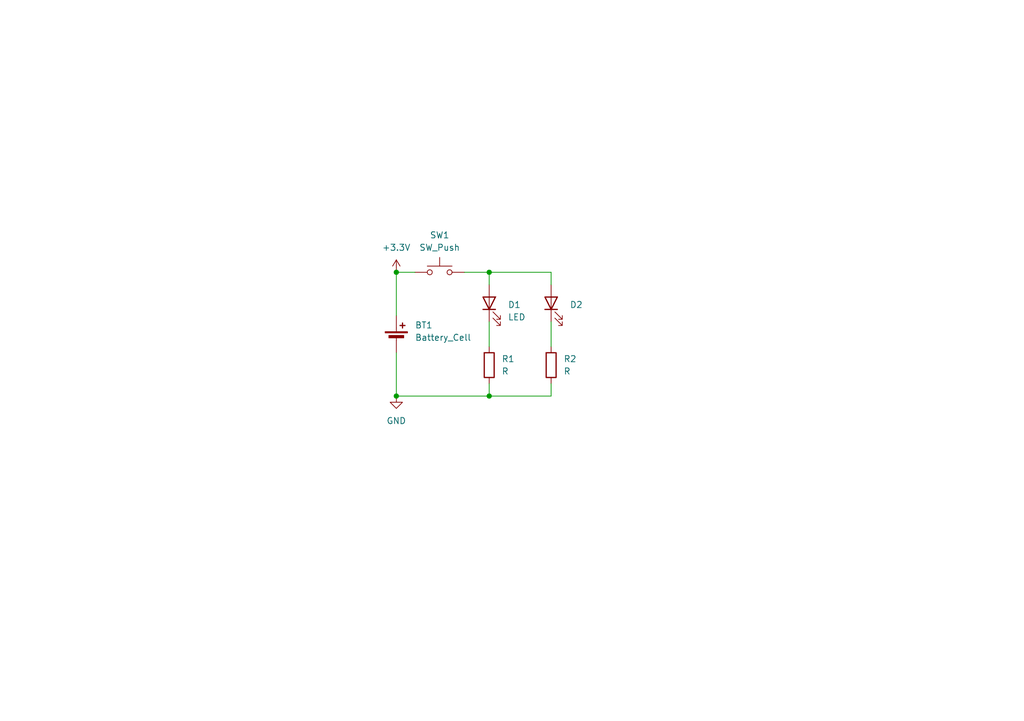
<source format=kicad_sch>
(kicad_sch (version 20250114) (generator "eeschema") (generator_version "9.0")
  (paper "A5")
  (title_block (title "Soldering Kit - Cat") (date "2025-05-24") (company "Netz39") (comment 1 "created by Timo"))
  (lib_symbols
    (symbol "Device:Battery_Cell" (pin_numbers (hide yes)) (pin_names (offset 0) (hide yes))
      (property "Reference" "BT" (at 2.54 2.54 0))
      (property "Value" "Battery_Cell" (at 2.54 0 0))
      (symbol "Battery_Cell_0_1"
        (rectangle (start -2.286 1.778) (end 2.286 1.524) (fill (type outline)))
        (rectangle (start -1.524 1.016) (end 1.524 0.508) (fill (type outline)))
        (polyline (pts (xy 0 1.778) (xy 0 2.54)))
        (polyline (pts (xy 0 0.762) (xy 0 0)))
        (polyline (pts (xy 0.762 3.048) (xy 1.778 3.048)) (stroke (width 0.254)))
        (polyline (pts (xy 1.27 3.556) (xy 1.27 2.54)) (stroke (width 0.254)))
      )
      (symbol "Battery_Cell_1_1"
        (pin passive line (at 0 5.08 270) (length 2.54) (name "+") (number "1"))
        (pin passive line (at 0 -2.54 90) (length 2.54) (name "-") (number "2"))
      )
    )
    (symbol "Device:LED" (pin_numbers (hide yes)) (pin_names (offset 1.016) (hide yes))
      (property "Reference" "D" (at 0 2.54 0))
      (property "Value" "LED" (at 0 -2.54 0))
      (symbol "LED_0_1"
        (polyline (pts (xy -3.048 -0.762) (xy -4.572 -2.286) (xy -3.81 -2.286) (xy -4.572 -2.286) (xy -4.572 -1.524)))
        (polyline (pts (xy -1.778 -0.762) (xy -3.302 -2.286) (xy -2.54 -2.286) (xy -3.302 -2.286) (xy -3.302 -1.524)))
        (polyline (pts (xy -1.27 0) (xy 1.27 0)))
        (polyline (pts (xy -1.27 -1.27) (xy -1.27 1.27)) (stroke (width 0.254)))
        (polyline (pts (xy 1.27 -1.27) (xy 1.27 1.27) (xy -1.27 0) (xy 1.27 -1.27)) (stroke (width 0.254)))
      )
      (symbol "LED_1_1"
        (pin passive line (at -3.81 0 0) (length 2.54) (name "K") (number "1"))
        (pin passive line (at 3.81 0 180) (length 2.54) (name "A") (number "2"))
      )
    )
    (symbol "Device:R" (pin_numbers (hide yes)) (pin_names (offset 0))
      (property "Reference" "R" (at 2.032 0 90))
      (property "Value" "R" (at 0 0 90))
      (symbol "R_0_1"
        (rectangle (start -1.016 -2.54) (end 1.016 2.54) (stroke (width 0.254)))
      )
      (symbol "R_1_1"
        (pin passive line (at 0 3.81 270) (length 1.27) (name "~") (number "1"))
        (pin passive line (at 0 -3.81 90) (length 1.27) (name "~") (number "2"))
      )
    )
    (symbol "Switch:SW_Push" (pin_numbers (hide yes)) (pin_names (offset 1.016) (hide yes))
      (property "Reference" "SW" (at 1.27 2.54 0))
      (property "Value" "SW_Push" (at 0 -1.524 0))
      (symbol "SW_Push_0_1"
        (circle (center -2.032 0) (radius 0.508))
        (polyline (pts (xy 0 1.27) (xy 0 3.048)))
        (circle (center 2.032 0) (radius 0.508))
        (polyline (pts (xy 2.54 1.27) (xy -2.54 1.27)))
        (pin passive line (at -5.08 0 0) (length 2.54) (name "1") (number "1"))
        (pin passive line (at 5.08 0 180) (length 2.54) (name "2") (number "2"))
      )
    )
    (symbol "power:+3.3V" (power) (pin_numbers (hide yes)) (pin_names (offset 0) (hide yes))
      (property "Value" "+3.3V" (at 0 3.556 0))
      (symbol "+3.3V_0_1"
        (polyline (pts (xy -0.762 1.27) (xy 0 2.54)))
        (polyline (pts (xy 0 2.54) (xy 0.762 1.27)))
        (polyline (pts (xy 0 0) (xy 0 2.54)))
      )
      (symbol "+3.3V_1_1"
        (pin power_in line (at 0 0 90) (length 0) (name "~") (number "1"))
      )
    )
    (symbol "power:GND" (power) (pin_numbers (hide yes)) (pin_names (offset 0) (hide yes))
      (property "Value" "GND" (at 0 -3.81 0))
      (symbol "GND_0_1"
        (polyline (pts (xy 0 0) (xy 0 -1.27) (xy 1.27 -1.27) (xy 0 -2.54) (xy -1.27 -1.27) (xy 0 -1.27)))
      )
      (symbol "GND_1_1"
        (pin power_in line (at 0 0 270) (length 0) (name "~") (number "1"))
      )
    )
  )
  (junction (at 100.33 81.28))
  (junction (at 81.28 55.88))
  (junction (at 81.28 81.28))
  (junction (at 100.33 55.88))
  (wire (pts (xy 81.28 55.88) (xy 81.28 64.77)))
  (wire (pts (xy 100.33 78.74) (xy 100.33 81.28)))
  (wire (pts (xy 113.03 55.88) (xy 100.33 55.88)))
  (wire (pts (xy 113.03 81.28) (xy 100.33 81.28)))
  (wire (pts (xy 100.33 55.88) (xy 100.33 58.42)))
  (wire (pts (xy 113.03 66.04) (xy 113.03 71.12)))
  (wire (pts (xy 100.33 81.28) (xy 81.28 81.28)))
  (wire (pts (xy 81.28 81.28) (xy 81.28 72.39)))
  (wire (pts (xy 100.33 66.04) (xy 100.33 71.12)))
  (wire (pts (xy 113.03 78.74) (xy 113.03 81.28)))
  (wire (pts (xy 100.33 55.88) (xy 95.25 55.88)))
  (wire (pts (xy 85.09 55.88) (xy 81.28 55.88)))
  (wire (pts (xy 113.03 55.88) (xy 113.03 58.42)))
  (symbol (lib_id "Device:R") (at 113.03 74.93 180) (unit 1)
    (property "Reference" "R2" (at 115.57 73.6599 0) (effects (justify right)))
    (property "Value" "R" (at 115.57 76.1999 0) (effects (justify right)))
    (property "Footprint" "myparts:THT on SMD Resistor" (effects (hide yes)))
    (property "Description" "Resistor" (effects (hide yes)))
  )
  (symbol (lib_id "Device:LED") (at 100.33 62.23 90) (unit 1)
    (property "Reference" "D1" (at 104.14 62.5474 90) (effects (justify right)))
    (property "Value" "LED" (at 104.14 65.0874 90) (effects (justify right)))
    (property "Footprint" "myparts:THT on SMD LED" (effects (hide yes)))
    (property "Description" "Light emitting diode" (effects (hide yes)))
    (property "Sim.Pins" "1=K 2=A" (effects (hide yes)))
  )
  (symbol (lib_id "power:+3.3V") (at 81.28 55.88 0) (unit 1)
    (property "Reference" "#PWR01" (effects (hide yes)))
    (property "Value" "+3.3V" (at 81.28 50.8 0))
    (property "Description" "Power symbol creates a global label with name \"+3.3V\"" (effects (hide yes)))
  )
  (symbol (lib_id "power:GND") (at 81.28 81.28 0) (unit 1)
    (property "Reference" "#PWR02" (effects (hide yes)))
    (property "Value" "GND" (at 81.28 86.36 0))
    (property "Description" "Power symbol creates a global label with name \"GND\" , ground" (effects (hide yes)))
  )
  (symbol (lib_id "Device:LED") (at 113.03 62.23 90) (unit 1)
    (property "Reference" "D2" (at 116.84 62.5474 90) (effects (justify right)))
    (property "Value" "LED" (effects (hide yes)))
    (property "Footprint" "myparts:THT on SMD LED" (effects (hide yes)))
    (property "Description" "Light emitting diode" (effects (hide yes)))
    (property "Sim.Pins" "1=K 2=A" (effects (hide yes)))
  )
  (symbol (lib_id "Device:Battery_Cell") (at 81.28 69.85 0) (unit 1)
    (property "Reference" "BT1" (at 85.09 66.7384 0) (effects (justify left)))
    (property "Value" "Battery_Cell" (at 85.09 69.2784 0) (effects (justify left)))
    (property "Footprint" "myparts:Battery Holder CR2032 BH-49B-5" (effects (hide yes)))
    (property "Description" "Single-cell battery" (effects (hide yes)))
  )
  (symbol (lib_id "Switch:SW_Push") (at 90.17 55.88 0) (unit 1)
    (property "Reference" "SW1" (at 90.17 48.26 0))
    (property "Value" "SW_Push" (at 90.17 50.8 0))
    (property "Footprint" "myparts:On Off Button" (effects (hide yes)))
    (property "Description" "Push button switch, generic, two pins" (effects (hide yes)))
  )
  (symbol (lib_id "Device:R") (at 100.33 74.93 180) (unit 1)
    (property "Reference" "R1" (at 102.87 73.6599 0) (effects (justify right)))
    (property "Value" "R" (at 102.87 76.1999 0) (effects (justify right)))
    (property "Footprint" "myparts:THT on SMD Resistor" (effects (hide yes)))
    (property "Description" "Resistor" (effects (hide yes)))
  )
)
</source>
